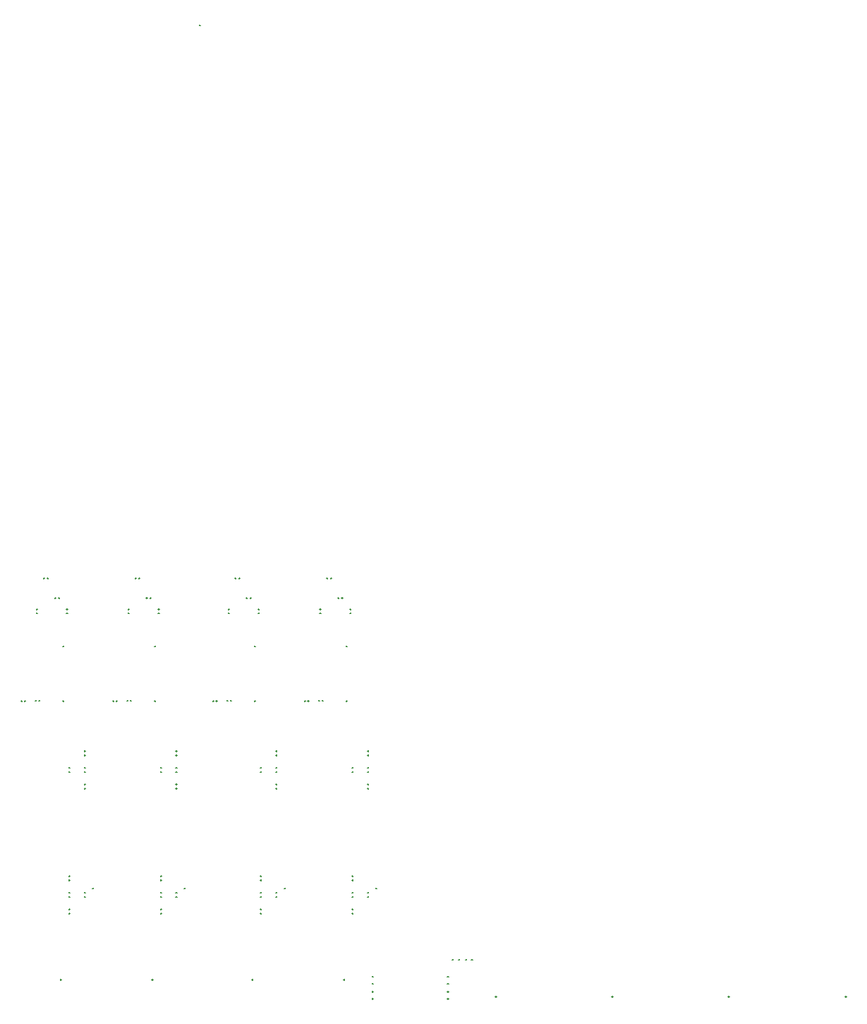
<source format=gbr>
%TF.GenerationSoftware,Altium Limited,Altium Designer,22.5.1 (42)*%
G04 Layer_Color=128*
%FSLAX26Y26*%
%MOIN*%
%TF.SameCoordinates,79F18A81-A5BF-4171-AD75-6FA3A7A6B408*%
%TF.FilePolarity,Positive*%
%TF.FileFunction,Drillmap*%
%TF.Part,Single*%
G01*
G75*
%TA.AperFunction,NonConductor*%
%ADD174C,0.005000*%
D174*
X9265748Y3867126D02*
X9269685D01*
X9267717Y3865157D02*
Y3869095D01*
X9238189Y3867126D02*
X9242126D01*
X9240157Y3865157D02*
Y3869095D01*
X9204724Y3867126D02*
X9208661D01*
X9206693Y3865157D02*
Y3869095D01*
X9174213Y3867126D02*
X9178150D01*
X9176181Y3865157D02*
Y3869095D01*
X7334646Y5346457D02*
X7338583D01*
X7336614Y5344488D02*
Y5348425D01*
X7334646Y5088583D02*
X7338583D01*
X7336614Y5086614D02*
Y5090551D01*
X7767717Y5346457D02*
X7771654D01*
X7769685Y5344488D02*
Y5348425D01*
X7767717Y5088583D02*
X7771654D01*
X7769685Y5086614D02*
Y5090551D01*
X8240157Y5346457D02*
X8244094D01*
X8242126Y5344488D02*
Y5348425D01*
X8240157Y5088583D02*
X8244094D01*
X8242126Y5086614D02*
Y5090551D01*
X8673228Y5088583D02*
X8677165D01*
X8675197Y5086614D02*
Y5090551D01*
X8673228Y5346457D02*
X8677165D01*
X8675197Y5344488D02*
Y5348425D01*
X8661417Y3772638D02*
X8665354D01*
X8663386Y3770669D02*
Y3774606D01*
X8228346Y3772638D02*
X8232283D01*
X8230315Y3770669D02*
Y3774606D01*
X7755905Y3772638D02*
X7759842D01*
X7757874Y3770669D02*
Y3774606D01*
X7322835Y3772638D02*
X7326772D01*
X7324803Y3770669D02*
Y3774606D01*
X7475394Y4202756D02*
X7479331D01*
X7477362Y4200787D02*
Y4204724D01*
X7908465Y4202756D02*
X7912402D01*
X7910433Y4200787D02*
Y4204724D01*
X8380906Y4202756D02*
X8384843D01*
X8382874Y4200787D02*
Y4204724D01*
X8813976Y4202756D02*
X8817913D01*
X8815945Y4200787D02*
Y4204724D01*
X9928150Y3690945D02*
X9934055D01*
X9931102Y3687992D02*
Y3693898D01*
X9376969Y3690945D02*
X9382874D01*
X9379921Y3687992D02*
Y3693898D01*
X10479331Y3690945D02*
X10485236D01*
X10482283Y3687992D02*
Y3693898D01*
X11030512Y3690945D02*
X11036417D01*
X11033465Y3687992D02*
Y3693898D01*
X9150591Y3753937D02*
X9156496D01*
X9153543Y3750984D02*
Y3756890D01*
X9150591Y3716535D02*
X9156496D01*
X9153543Y3713583D02*
Y3719488D01*
X9150591Y3683071D02*
X9156496D01*
X9153543Y3680118D02*
Y3686024D01*
X9150591Y3787402D02*
X9156496D01*
X9153543Y3784449D02*
Y3790354D01*
X8796260Y3787402D02*
X8802165D01*
X8799213Y3784449D02*
Y3790354D01*
X8796260Y3683071D02*
X8802165D01*
X8799213Y3680118D02*
Y3686024D01*
X8796260Y3716535D02*
X8802165D01*
X8799213Y3713583D02*
Y3719488D01*
X8796260Y3753937D02*
X8802165D01*
X8799213Y3750984D02*
Y3756890D01*
X7980315Y8280512D02*
X7984252D01*
X7982283Y8278543D02*
Y8282480D01*
X8774606Y4163386D02*
X8778543D01*
X8776575Y4161417D02*
Y4165354D01*
X8774606Y4183071D02*
X8778543D01*
X8776575Y4181102D02*
Y4185039D01*
X8701772Y4163386D02*
X8705709D01*
X8703740Y4161417D02*
Y4165354D01*
X8701772Y4183071D02*
X8705709D01*
X8703740Y4181102D02*
Y4185039D01*
X8341535Y4163386D02*
X8345472D01*
X8343504Y4161417D02*
Y4165354D01*
X8341535Y4183071D02*
X8345472D01*
X8343504Y4181102D02*
Y4185039D01*
X8268701Y4163386D02*
X8272638D01*
X8270669Y4161417D02*
Y4165354D01*
X8268701Y4183071D02*
X8272638D01*
X8270669Y4181102D02*
Y4185039D01*
X7869095Y4163386D02*
X7873032D01*
X7871063Y4161417D02*
Y4165354D01*
X7869095Y4183071D02*
X7873032D01*
X7871063Y4181102D02*
Y4185039D01*
X7796260Y4163386D02*
X7800197D01*
X7798228Y4161417D02*
Y4165354D01*
X7796260Y4183071D02*
X7800197D01*
X7798228Y4181102D02*
Y4185039D01*
X8701772Y4104331D02*
X8705709D01*
X8703740Y4102362D02*
Y4106299D01*
X8701772Y4084646D02*
X8705709D01*
X8703740Y4082677D02*
Y4086614D01*
X8701772Y4242126D02*
X8705709D01*
X8703740Y4240158D02*
Y4244095D01*
X8701772Y4261811D02*
X8705709D01*
X8703740Y4259842D02*
Y4263779D01*
X8268701Y4104331D02*
X8272638D01*
X8270669Y4102362D02*
Y4106299D01*
X8268701Y4084646D02*
X8272638D01*
X8270669Y4082677D02*
Y4086614D01*
X8268701Y4242126D02*
X8272638D01*
X8270669Y4240158D02*
Y4244095D01*
X8268701Y4261811D02*
X8272638D01*
X8270669Y4259842D02*
Y4263779D01*
X7796260Y4104331D02*
X7800197D01*
X7798228Y4102362D02*
Y4106299D01*
X7796260Y4084646D02*
X7800197D01*
X7798228Y4082677D02*
Y4086614D01*
X7796260Y4242126D02*
X7800197D01*
X7798228Y4240158D02*
Y4244095D01*
X7796260Y4261811D02*
X7800197D01*
X7798228Y4259842D02*
Y4263779D01*
X8492126Y5088583D02*
X8496063D01*
X8494094Y5086614D02*
Y5090551D01*
X8476378Y5088583D02*
X8480315D01*
X8478346Y5086614D02*
Y5090551D01*
X8059055Y5088583D02*
X8062992D01*
X8061024Y5086614D02*
Y5090551D01*
X8043307Y5088583D02*
X8047244D01*
X8045276Y5086614D02*
Y5090551D01*
X7153543Y5088583D02*
X7157480D01*
X7155512Y5086614D02*
Y5090551D01*
X7137795Y5088583D02*
X7141732D01*
X7139764Y5086614D02*
Y5090551D01*
X7570866Y5088583D02*
X7574803D01*
X7572835Y5086614D02*
Y5090551D01*
X7586614Y5088583D02*
X7590551D01*
X7588583Y5086614D02*
Y5090551D01*
X8701772Y4773622D02*
X8705709D01*
X8703740Y4771653D02*
Y4775590D01*
X8701772Y4753937D02*
X8705709D01*
X8703740Y4751968D02*
Y4755905D01*
X8774606Y4773622D02*
X8778543D01*
X8776575Y4771653D02*
Y4775590D01*
X8774606Y4753937D02*
X8778543D01*
X8776575Y4751968D02*
Y4755905D01*
X8543740Y5089567D02*
X8547677D01*
X8545709Y5087599D02*
Y5091535D01*
X8559488Y5089567D02*
X8563425D01*
X8561457Y5087599D02*
Y5091535D01*
X8268701Y4773622D02*
X8272638D01*
X8270669Y4771653D02*
Y4775590D01*
X8268701Y4753937D02*
X8272638D01*
X8270669Y4751968D02*
Y4755905D01*
X8341535Y4773622D02*
X8345472D01*
X8343504Y4771653D02*
Y4775590D01*
X8341535Y4753937D02*
X8345472D01*
X8343504Y4751968D02*
Y4755905D01*
X8110669Y5089567D02*
X8114606D01*
X8112638Y5087599D02*
Y5091535D01*
X8126417Y5089567D02*
X8130354D01*
X8128386Y5087599D02*
Y5091535D01*
X7796260Y4773622D02*
X7800197D01*
X7798228Y4771653D02*
Y4775590D01*
X7796260Y4753937D02*
X7800197D01*
X7798228Y4751968D02*
Y4755905D01*
X7869095Y4773622D02*
X7873032D01*
X7871063Y4771653D02*
Y4775590D01*
X7869095Y4753937D02*
X7873032D01*
X7871063Y4751968D02*
Y4755905D01*
X7638229Y5089567D02*
X7642166D01*
X7640197Y5087599D02*
Y5091535D01*
X7653976Y5089567D02*
X7657913D01*
X7655945Y5087599D02*
Y5091535D01*
X7220906Y5089567D02*
X7224843D01*
X7222874Y5087599D02*
Y5091535D01*
X7205158Y5089567D02*
X7209095D01*
X7207126Y5087599D02*
Y5091535D01*
X7363189Y4183071D02*
X7367126D01*
X7365158Y4181102D02*
Y4185039D01*
X7363189Y4163386D02*
X7367126D01*
X7365158Y4161417D02*
Y4165354D01*
X7436024Y4183071D02*
X7439961D01*
X7437992Y4181102D02*
Y4185039D01*
X7436024Y4163386D02*
X7439961D01*
X7437992Y4161417D02*
Y4165354D01*
X7363189Y4261811D02*
X7367126D01*
X7365158Y4259842D02*
Y4263779D01*
X7363189Y4242126D02*
X7367126D01*
X7365158Y4240158D02*
Y4244095D01*
X7363189Y4084646D02*
X7367126D01*
X7365158Y4082677D02*
Y4086614D01*
X7363189Y4104331D02*
X7367126D01*
X7365158Y4102362D02*
Y4106299D01*
X8774606Y4832677D02*
X8778543D01*
X8776575Y4830708D02*
Y4834645D01*
X8774606Y4852362D02*
X8778543D01*
X8776575Y4850394D02*
Y4854331D01*
X8774606Y4675197D02*
X8778543D01*
X8776575Y4673228D02*
Y4677165D01*
X8774606Y4694882D02*
X8778543D01*
X8776575Y4692913D02*
Y4696850D01*
X8690945Y5502854D02*
X8694882D01*
X8692914Y5500886D02*
Y5504823D01*
X8690945Y5520768D02*
X8694882D01*
X8692914Y5518799D02*
Y5522736D01*
X8549213Y5520768D02*
X8553150D01*
X8551181Y5518799D02*
Y5522736D01*
X8549213Y5502854D02*
X8553150D01*
X8551181Y5500886D02*
Y5504823D01*
X8341535Y4832677D02*
X8345472D01*
X8343504Y4830708D02*
Y4834645D01*
X8341535Y4852362D02*
X8345472D01*
X8343504Y4850394D02*
Y4854331D01*
X8341535Y4675197D02*
X8345472D01*
X8343504Y4673228D02*
Y4677165D01*
X8341535Y4694882D02*
X8345472D01*
X8343504Y4692913D02*
Y4696850D01*
X8257874Y5502854D02*
X8261811D01*
X8259843Y5500886D02*
Y5504823D01*
X8257874Y5520768D02*
X8261811D01*
X8259843Y5518799D02*
Y5522736D01*
X8116142Y5520768D02*
X8120079D01*
X8118110Y5518799D02*
Y5522736D01*
X8116142Y5502854D02*
X8120079D01*
X8118110Y5500886D02*
Y5504823D01*
X7869095Y4832677D02*
X7873032D01*
X7871063Y4830708D02*
Y4834645D01*
X7869095Y4852362D02*
X7873032D01*
X7871063Y4850394D02*
Y4854331D01*
X7869095Y4675197D02*
X7873032D01*
X7871063Y4673228D02*
Y4677165D01*
X7869095Y4694882D02*
X7873032D01*
X7871063Y4692913D02*
Y4696850D01*
X7785433Y5502854D02*
X7789370D01*
X7787402Y5500886D02*
Y5504823D01*
X7785433Y5520768D02*
X7789370D01*
X7787402Y5518799D02*
Y5522736D01*
X7643701Y5520768D02*
X7647638D01*
X7645669Y5518799D02*
Y5522736D01*
X7643701Y5502854D02*
X7647638D01*
X7645669Y5500886D02*
Y5504823D01*
X7210630Y5502854D02*
X7214567D01*
X7212598Y5500886D02*
Y5504823D01*
X7210630Y5520768D02*
X7214567D01*
X7212598Y5518799D02*
Y5522736D01*
X7352362Y5520768D02*
X7356299D01*
X7354331Y5518799D02*
Y5522736D01*
X7352362Y5502854D02*
X7356299D01*
X7354331Y5500886D02*
Y5504823D01*
X7436024Y4694882D02*
X7439961D01*
X7437992Y4692913D02*
Y4696850D01*
X7436024Y4675197D02*
X7439961D01*
X7437992Y4673228D02*
Y4677165D01*
X7436024Y4852362D02*
X7439961D01*
X7437992Y4850394D02*
Y4854331D01*
X7436024Y4832677D02*
X7439961D01*
X7437992Y4830708D02*
Y4834645D01*
X8634744Y5574803D02*
X8638681D01*
X8636713Y5572835D02*
Y5576772D01*
X8652658Y5574803D02*
X8656595D01*
X8654626Y5572835D02*
Y5576772D01*
X8581594Y5668307D02*
X8585531D01*
X8583563Y5666339D02*
Y5670276D01*
X8599508Y5668307D02*
X8603445D01*
X8601477Y5666339D02*
Y5670276D01*
X8201673Y5574803D02*
X8205610D01*
X8203642Y5572835D02*
Y5576772D01*
X8219587Y5574803D02*
X8223524D01*
X8221555Y5572835D02*
Y5576772D01*
X8148524Y5668307D02*
X8152461D01*
X8150492Y5666339D02*
Y5670276D01*
X8166437Y5668307D02*
X8170374D01*
X8168406Y5666339D02*
Y5670276D01*
X7729232Y5574803D02*
X7733169D01*
X7731201Y5572835D02*
Y5576772D01*
X7747146Y5574803D02*
X7751083D01*
X7749114Y5572835D02*
Y5576772D01*
X7676083Y5668307D02*
X7680020D01*
X7678051Y5666339D02*
Y5670276D01*
X7693996Y5668307D02*
X7697933D01*
X7695965Y5666339D02*
Y5670276D01*
X7260925Y5668307D02*
X7264862D01*
X7262894Y5666339D02*
Y5670276D01*
X7243012Y5668307D02*
X7246949D01*
X7244980Y5666339D02*
Y5670276D01*
X7314075Y5574803D02*
X7318012D01*
X7316043Y5572835D02*
Y5576772D01*
X7296161Y5574803D02*
X7300098D01*
X7298130Y5572835D02*
Y5576772D01*
X7436024Y4753937D02*
X7439961D01*
X7437992Y4751968D02*
Y4755905D01*
X7436024Y4773622D02*
X7439961D01*
X7437992Y4771653D02*
Y4775590D01*
X7363189Y4753937D02*
X7367126D01*
X7365158Y4751968D02*
Y4755905D01*
X7363189Y4773622D02*
X7367126D01*
X7365158Y4771653D02*
Y4775590D01*
%TF.MD5,ebd43ba4f8dd06bb7963b567d20f2031*%
M02*

</source>
